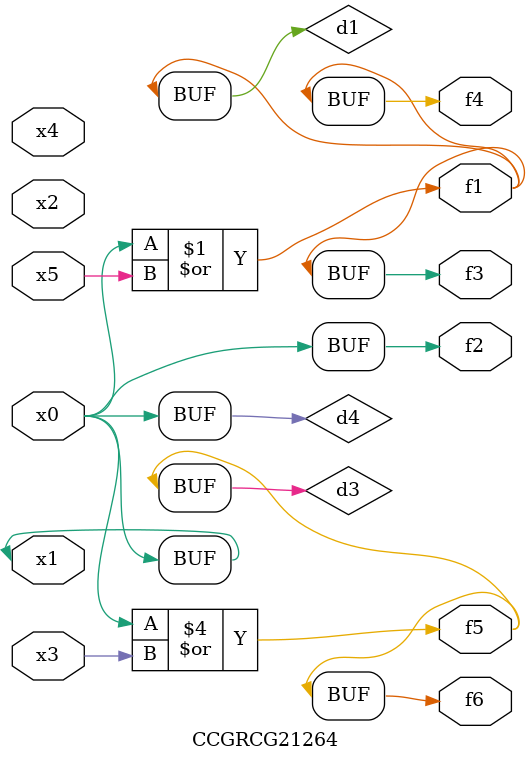
<source format=v>
module CCGRCG21264(
	input x0, x1, x2, x3, x4, x5,
	output f1, f2, f3, f4, f5, f6
);

	wire d1, d2, d3, d4;

	or (d1, x0, x5);
	xnor (d2, x1, x4);
	or (d3, x0, x3);
	buf (d4, x0, x1);
	assign f1 = d1;
	assign f2 = d4;
	assign f3 = d1;
	assign f4 = d1;
	assign f5 = d3;
	assign f6 = d3;
endmodule

</source>
